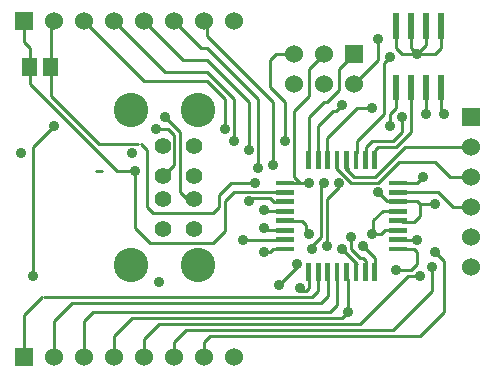
<source format=gbr>
G04 start of page 2 for group 0 idx 0 *
G04 Title: (unknown), component *
G04 Creator: pcb 20091103 *
G04 CreationDate: Sun 20 Mar 2011 01:49:22 AM GMT UTC *
G04 For: gjhurlbu *
G04 Format: Gerber/RS-274X *
G04 PCB-Dimensions: 600000 500000 *
G04 PCB-Coordinate-Origin: lower left *
%MOIN*%
%FSLAX25Y25*%
%LNFRONT*%
%ADD11C,0.0100*%
%ADD12C,0.0600*%
%ADD13C,0.0200*%
%ADD14C,0.0560*%
%ADD15C,0.1150*%
%ADD16C,0.0360*%
%ADD17R,0.0512X0.0512*%
%ADD18R,0.0157X0.0157*%
%ADD19R,0.0200X0.0200*%
%ADD20C,0.0380*%
%ADD21C,0.0910*%
G54D11*X68000Y364000D02*X66000D01*
X45000Y329000D02*Y372000D01*
X80189Y372984D02*X66999D01*
X62793Y377190D01*
X83000Y371000D02*X81000Y373000D01*
X73000Y364000D02*X79000D01*
X63000Y377000D02*X51000Y389000D01*
X43914Y393086D02*X73000Y364000D01*
X45000Y372000D02*X52000Y379000D01*
Y397214D02*X51000Y398214D01*
X62000Y414000D02*X82000Y394000D01*
X51000Y389000D02*Y413000D01*
X52000Y414000D01*
X44000Y398914D02*X43914Y399000D01*
Y405086D01*
X42000Y407000D01*
Y414000D01*
X43914Y398214D02*Y393086D01*
X120000Y388000D02*X103000Y405000D01*
X117000Y387000D02*X103000Y401000D01*
X112000Y388000D02*X103000Y397000D01*
Y394000D02*X109000Y388000D01*
Y378000D01*
X120000Y365000D02*Y388000D01*
X125000Y387000D02*X103000Y409000D01*
X124000Y392000D02*Y401000D01*
X126000Y403000D01*
X132000D01*
X117000Y371000D02*Y387000D01*
X129000Y374000D02*Y387000D01*
X124000Y392000D01*
X112000Y374000D02*Y388000D01*
X109000Y354000D02*Y344000D01*
X128000Y341000D02*X115000D01*
X109000Y344000D02*X105000Y340000D01*
X95000Y401000D02*X82000Y414000D01*
X103000Y409000D02*Y413000D01*
X102000Y414000D01*
X103000Y405000D02*X101000D01*
X92000Y414000D01*
X103000Y401000D02*X95000D01*
X103000Y397000D02*X89000D01*
X72000Y414000D01*
X82000Y394000D02*X103000D01*
X127008Y356874D02*X117126D01*
X124000Y355000D02*X118000D01*
X117000Y354000D01*
Y357000D02*X112000D01*
X109000Y354000D01*
X111000Y360000D02*X107000Y356000D01*
Y352000D01*
X105000Y350000D01*
X119000Y360000D02*X111000D01*
X105000Y340000D02*X84000D01*
X79000Y345000D01*
X105000Y350000D02*X85000D01*
X79000Y364000D02*Y345000D01*
X85000Y350000D02*X83000Y352000D01*
Y371000D01*
X88000Y362000D02*X92000Y366000D01*
Y376000D01*
X90000Y378000D01*
X87000D01*
X94000Y377000D02*X89000Y382000D01*
X98000Y354000D02*X97000D01*
X94000Y357000D01*
Y377000D01*
X150000Y328000D02*Y317000D01*
X148000Y315000D01*
X146425Y328008D02*Y319425D01*
X144000Y317000D01*
X143276Y328008D02*Y322276D01*
X141000Y320000D01*
X140126Y328008D02*Y324126D01*
X140000Y324000D02*X138214Y322000D01*
X136977Y328008D02*Y326023D01*
X137000Y326000D01*
Y325000D01*
X136000Y324000D01*
X135000D01*
X134000Y325000D01*
X153000Y333000D02*X148000Y338000D01*
X154000Y335000D02*X151000Y338000D01*
Y342000D01*
X141000D02*Y359000D01*
X142000Y360000D01*
X147000D02*Y358500D01*
X143000Y354500D02*X147000Y358500D01*
X152000Y362000D02*X159000D01*
X146000Y365000D02*X151000Y360000D01*
X160000D01*
X165000Y354000D02*X163000D01*
X160000Y357000D01*
X152000Y362000D02*X149000Y365000D01*
X159000Y332000D02*Y335000D01*
X155000Y339000D01*
X156000Y333000D02*Y334000D01*
X155000Y335000D01*
X154000D01*
X170000Y329000D02*X154000Y313000D01*
X173000Y341000D02*X168000D01*
X166000Y331000D02*X171000D01*
X173000Y333000D01*
Y337000D01*
X172000Y338000D01*
X169000D01*
X165000Y311000D02*X178000Y324000D01*
X174000Y329000D02*X170000D01*
X178000Y324000D02*Y332000D01*
X174000Y309000D02*X182000Y317000D01*
Y334000D01*
X179000Y337000D01*
X78000Y315000D02*X72000Y309000D01*
Y302000D01*
X65000Y317000D02*X62000Y314000D01*
X58000Y320000D02*X52000Y314000D01*
X62000D02*Y302000D01*
X52000Y314000D02*Y302000D01*
X42000Y316000D02*Y302000D01*
X87000Y313000D02*X82000Y308000D01*
Y302000D01*
X92000D02*Y307000D01*
X96000Y311000D01*
X102000Y302000D02*Y307000D01*
X104000Y309000D01*
X141000Y320000D02*X58000D01*
X48000Y322000D02*X42000Y316000D01*
X137786Y322000D02*X48786D01*
X148000Y315000D02*X78000D01*
X144000Y317000D02*X65000D01*
X154000Y313000D02*X87000D01*
X96000Y311000D02*X165000D01*
X104000Y309000D02*X174000D01*
X166000Y409000D02*Y405000D01*
X168000Y403000D01*
X171000Y409000D02*Y405000D01*
X168000Y403000D02*X179000D01*
X181000Y405000D01*
Y409000D01*
X171000Y405000D02*X173000Y403000D01*
X176000Y409000D02*Y406000D01*
X173000Y403000D01*
X160000Y408000D02*Y401000D01*
X137000Y389000D02*Y398000D01*
X142000Y403000D01*
X143000Y387000D02*X147000Y391000D01*
Y398000D01*
X152000Y403000D01*
X160000Y401000D02*X152000Y393000D01*
X143000Y369000D02*Y375000D01*
X146000Y366000D02*Y365000D01*
X150000D02*Y364000D01*
X153000Y370000D02*Y374000D01*
X143000Y375000D02*X153000Y385000D01*
X140000Y379000D02*X145000Y384000D01*
X146000D01*
X148000Y386000D01*
X153000Y385000D02*X159000D01*
X162000Y383000D02*X153000Y374000D01*
X137000Y370000D02*Y382000D01*
X140000Y370000D02*Y379000D01*
X137000Y382000D02*X142000Y387000D01*
X143000D01*
X159000Y362000D02*X169000Y372000D01*
X156000D02*X158000Y374000D01*
X165000D01*
X166000Y372000D02*X171000Y377000D01*
X165000Y374000D02*X168000Y377000D01*
X171000D02*Y388500D01*
X168000Y377000D02*Y382000D01*
X176000Y388500D02*Y383000D01*
X181000Y388500D02*Y384000D01*
X182000Y383000D01*
X166000Y388500D02*Y385000D01*
X164000Y383000D01*
Y379000D01*
X162000Y383000D02*Y400000D01*
X164000Y402000D01*
X122725Y344275D02*X122000Y345000D01*
Y337000D02*X124000D01*
X125000Y338000D01*
X128000D01*
X133000Y333000D02*Y332000D01*
X127000Y326000D01*
X122425Y350575D02*X122000Y351000D01*
X125000Y366000D02*Y387000D01*
X132000Y384000D02*X137000Y389000D01*
X132000Y384000D02*Y362000D01*
X134000Y360000D01*
X131434Y347425D02*X134575D01*
X136000Y346000D01*
Y344000D01*
X127008Y350575D02*X122425D01*
X127008Y344275D02*X122725D01*
X127008Y353724D02*X125276D01*
X124000Y355000D01*
X131000Y360000D02*X133000D01*
X131000D02*X137000D01*
X136000Y344000D02*X137000Y343000D01*
X143000Y339000D02*Y354500D01*
X138000Y338000D02*Y339000D01*
X141000Y342000D01*
X164566Y350575D02*X161575D01*
X158500Y347500D01*
Y343500D01*
X164566Y344276D02*X162276D01*
X158500Y343500D02*X158000Y343000D01*
X161000D02*X158000D01*
X162276Y344276D02*X161000Y343000D01*
X168000Y347000D02*X172000D01*
X174000Y349000D01*
Y353000D01*
X173000Y354000D01*
X168000D01*
X169000Y357000D02*X180000D01*
X174000Y353000D02*X179000D01*
X169000Y360000D02*X173000D01*
X180000Y357000D02*X185000Y352000D01*
X191000D01*
X184000Y362000D02*X191000D01*
X173000Y360000D02*X175000Y362000D01*
X160000Y360000D02*X167000Y367000D01*
X179000D01*
X184000Y362000D01*
X169000Y372000D02*X191000D01*
X159000Y370000D02*Y371000D01*
X160000Y372000D01*
X166000D01*
X156000Y370000D02*Y372000D01*
G54D12*X82000Y414000D03*
X92000D03*
X102000D03*
X112000D03*
X62000D03*
X72000D03*
X92000Y302000D03*
X102000D03*
X112000D03*
G54D13*G36*
X39000Y305000D02*Y299000D01*
X45000D01*
Y305000D01*
X39000D01*
G37*
G54D12*X52000Y302000D03*
X62000D03*
X72000D03*
X82000D03*
G54D14*X88300Y372200D03*
G54D15*X77600Y384300D03*
G54D14*X88300Y362400D03*
Y354500D03*
Y344700D03*
G54D15*X77600Y332600D03*
G54D14*X98600Y372200D03*
Y362400D03*
Y354500D03*
Y344700D03*
G54D15*X100000Y384300D03*
Y332600D03*
G54D13*G36*
X39000Y417000D02*Y411000D01*
X45000D01*
Y417000D01*
X39000D01*
G37*
G54D12*X52000Y414000D03*
G54D13*G36*
X149000Y406000D02*Y400000D01*
X155000D01*
Y406000D01*
X149000D01*
G37*
G54D12*X152000Y393000D03*
X142000Y403000D03*
Y393000D03*
X132000Y403000D03*
Y393000D03*
G54D13*G36*
X188000Y385000D02*Y379000D01*
X194000D01*
Y385000D01*
X188000D01*
G37*
G54D12*X191000Y372000D03*
Y362000D03*
Y352000D03*
Y342000D03*
Y332000D03*
G54D16*X173000Y403000D03*
X175000Y362000D03*
X179000Y353000D03*
X176000Y383000D03*
X173000Y341000D03*
X182000Y383000D03*
X174000Y329000D03*
X164000Y402000D03*
X160000Y408000D03*
X178000Y332000D03*
X179000Y337000D03*
X87000Y327000D03*
X122000Y351000D03*
Y345000D03*
Y337000D03*
X115000Y341000D03*
X45000Y329000D03*
X41000Y370000D03*
X78000D03*
X79000Y364000D03*
X52000Y379000D03*
X119000Y360000D03*
X120000Y365000D03*
X117000Y354000D03*
Y371000D03*
X112000Y374000D03*
X109000Y378000D03*
X89000Y382000D03*
X86000Y378000D03*
X125000Y366000D03*
X137000Y360000D03*
X142000D03*
X129000Y374000D03*
X147000Y360000D03*
X160000Y357000D03*
X158000Y385000D03*
X148000Y386000D03*
X168000Y382000D03*
X164000Y379000D03*
X137000Y343000D03*
X143000Y339000D03*
X133000Y333000D03*
X127000Y326000D03*
X134000Y325000D03*
X150000Y317000D03*
X158000Y343000D03*
X155000Y339000D03*
X151000Y342000D03*
X148000Y338000D03*
X166000Y331000D03*
X138000Y338000D03*
G54D17*X51000Y399000D02*Y398214D01*
X43914Y399000D02*Y398214D01*
G54D18*X127008Y360023D02*X131434D01*
X127008Y356874D02*X131434D01*
X127008Y353724D02*X131434D01*
X127008Y350575D02*X131434D01*
X164566Y353725D02*X168992D01*
X164566Y356874D02*X168992D01*
X164566Y360024D02*X168992D01*
X164566Y350575D02*X168992D01*
G54D19*X166000Y395000D02*Y388500D01*
X171000Y395000D02*Y388500D01*
X176000Y395000D02*Y388500D01*
X181000Y395000D02*Y388500D01*
Y415500D02*Y409000D01*
X176000Y415500D02*Y409000D01*
G54D18*X159023Y369992D02*Y365566D01*
X155874Y369992D02*Y365566D01*
X152724Y369992D02*Y365566D01*
X149575Y369992D02*Y365566D01*
X146425Y369992D02*Y365566D01*
X143275Y369992D02*Y365566D01*
X140126Y369992D02*Y365566D01*
X136976Y369992D02*Y365566D01*
G54D19*X171000Y415500D02*Y409000D01*
X166000Y415500D02*Y409000D01*
G54D18*X127008Y347425D02*X131434D01*
X127008Y344275D02*X131434D01*
X127008Y341126D02*X131434D01*
X127008Y337976D02*X131434D01*
X164566Y337977D02*X168992D01*
X164566Y341126D02*X168992D01*
X164566Y344276D02*X168992D01*
X164566Y347425D02*X168992D01*
X136977Y332434D02*Y328008D01*
X140126Y332434D02*Y328008D01*
X143276Y332434D02*Y328008D01*
X146425Y332434D02*Y328008D01*
X149575Y332434D02*Y328008D01*
X152725Y332434D02*Y328008D01*
X155874Y332434D02*Y328008D01*
X159024Y332434D02*Y328008D01*
G54D20*G54D16*G54D21*G54D16*G54D21*G54D16*G54D21*G54D20*G54D13*M02*

</source>
